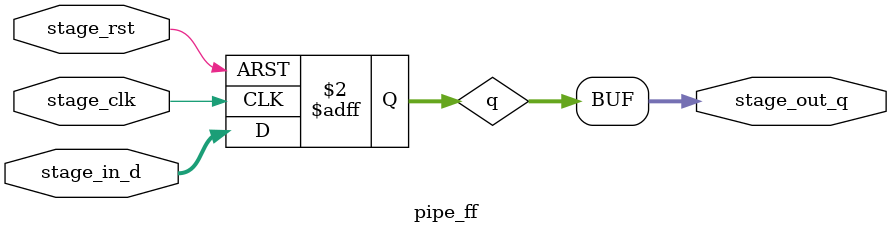
<source format=sv>
/** Pipeline Flop*/
/** Main Module */
module pipe_ff#(
		// Params
		parameter FF_WIDTH 			= 32,
		parameter INITAL_VALUE		= 32'h0
	)
	(
		// Ports
		input 	logic stage_clk,
		input 	logic stage_rst,
		input 	logic [FF_WIDTH-1:0] stage_in_d,
		output 	logic [FF_WIDTH-1:0] stage_out_q
		);

`ifdef COCOTB_SIM
	// Asserts
	initial begin
		// Parameter checking
		assert(FF_WIDTH != 0) else $error("Flip Flop Data cannot be 0 FF_WIDTH");
	end
`endif

	// sample the output port
	logic [FF_WIDTH-1:0] q;
	always_ff @(posedge stage_clk or posedge stage_rst) begin : proc_stage
		if(stage_rst) begin
			q <= INITAL_VALUE;
		end else begin
			q <= stage_in_d;
		end
	end

	// Assign the not q data port
	assign stage_out_q = q;
endmodule
</source>
